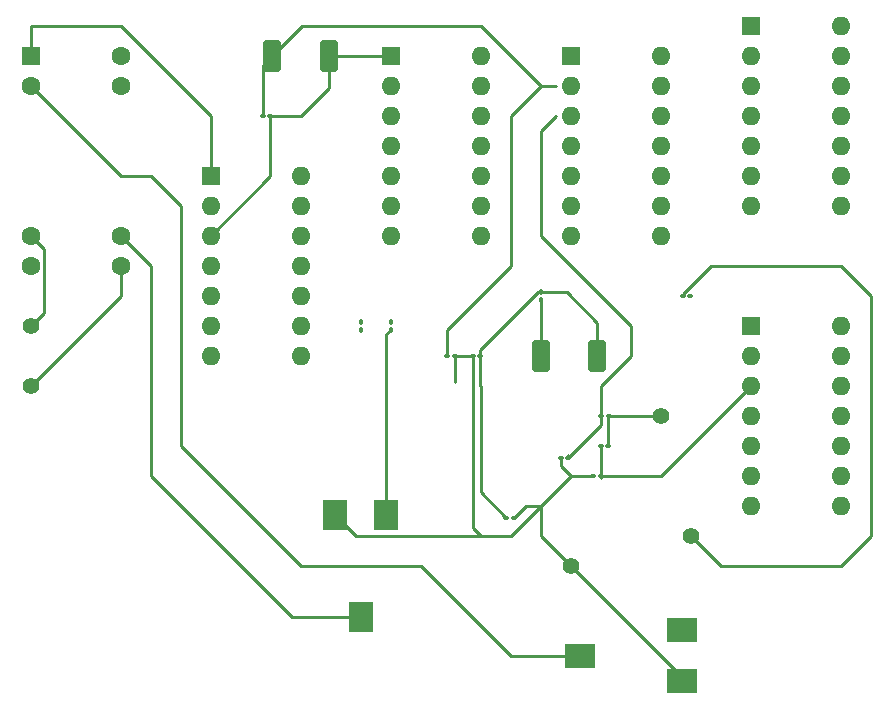
<source format=gbr>
%TF.GenerationSoftware,KiCad,Pcbnew,7.0.1*%
%TF.CreationDate,2023-04-06T21:37:19+03:00*%
%TF.ProjectId,BSPD,42535044-2e6b-4696-9361-645f70636258,rev?*%
%TF.SameCoordinates,Original*%
%TF.FileFunction,Copper,L1,Top*%
%TF.FilePolarity,Positive*%
%FSLAX46Y46*%
G04 Gerber Fmt 4.6, Leading zero omitted, Abs format (unit mm)*
G04 Created by KiCad (PCBNEW 7.0.1) date 2023-04-06 21:37:19*
%MOMM*%
%LPD*%
G01*
G04 APERTURE LIST*
G04 Aperture macros list*
%AMRoundRect*
0 Rectangle with rounded corners*
0 $1 Rounding radius*
0 $2 $3 $4 $5 $6 $7 $8 $9 X,Y pos of 4 corners*
0 Add a 4 corners polygon primitive as box body*
4,1,4,$2,$3,$4,$5,$6,$7,$8,$9,$2,$3,0*
0 Add four circle primitives for the rounded corners*
1,1,$1+$1,$2,$3*
1,1,$1+$1,$4,$5*
1,1,$1+$1,$6,$7*
1,1,$1+$1,$8,$9*
0 Add four rect primitives between the rounded corners*
20,1,$1+$1,$2,$3,$4,$5,0*
20,1,$1+$1,$4,$5,$6,$7,0*
20,1,$1+$1,$6,$7,$8,$9,0*
20,1,$1+$1,$8,$9,$2,$3,0*%
G04 Aperture macros list end*
%TA.AperFunction,ComponentPad*%
%ADD10C,1.400000*%
%TD*%
%TA.AperFunction,ComponentPad*%
%ADD11R,1.600000X1.600000*%
%TD*%
%TA.AperFunction,ComponentPad*%
%ADD12O,1.600000X1.600000*%
%TD*%
%TA.AperFunction,SMDPad,CuDef*%
%ADD13RoundRect,0.100000X-0.130000X-0.100000X0.130000X-0.100000X0.130000X0.100000X-0.130000X0.100000X0*%
%TD*%
%TA.AperFunction,SMDPad,CuDef*%
%ADD14R,2.000000X2.500000*%
%TD*%
%TA.AperFunction,SMDPad,CuDef*%
%ADD15RoundRect,0.100000X0.130000X0.100000X-0.130000X0.100000X-0.130000X-0.100000X0.130000X-0.100000X0*%
%TD*%
%TA.AperFunction,ComponentPad*%
%ADD16C,1.600000*%
%TD*%
%TA.AperFunction,SMDPad,CuDef*%
%ADD17RoundRect,0.250000X-0.500000X-1.100000X0.500000X-1.100000X0.500000X1.100000X-0.500000X1.100000X0*%
%TD*%
%TA.AperFunction,SMDPad,CuDef*%
%ADD18RoundRect,0.100000X0.100000X-0.130000X0.100000X0.130000X-0.100000X0.130000X-0.100000X-0.130000X0*%
%TD*%
%TA.AperFunction,SMDPad,CuDef*%
%ADD19RoundRect,0.250000X0.500000X1.100000X-0.500000X1.100000X-0.500000X-1.100000X0.500000X-1.100000X0*%
%TD*%
%TA.AperFunction,SMDPad,CuDef*%
%ADD20R,2.500000X2.000000*%
%TD*%
%TA.AperFunction,Conductor*%
%ADD21C,0.250000*%
%TD*%
G04 APERTURE END LIST*
D10*
%TO.P,TP5,1,1*%
%TO.N,Net-(R14-Pad2)*%
X71120000Y-58420000D03*
%TD*%
%TO.P,TP4,1,1*%
%TO.N,Net-(C1-Pad2)*%
X60960000Y-60960000D03*
%TD*%
%TO.P,TP3,1,1*%
%TO.N,Net-(U2B-+)*%
X15240000Y-45720000D03*
%TD*%
%TO.P,TP2,1,1*%
%TO.N,Net-(R11-Pad1)*%
X68580000Y-48260000D03*
%TD*%
%TO.P,TP1,1,1*%
%TO.N,Net-(U2A-+)*%
X15240000Y-40640000D03*
%TD*%
D11*
%TO.P,U1,1,CLK*%
%TO.N,unconnected-(U1-CLK-Pad1)*%
X76200000Y-15240000D03*
D12*
%TO.P,U1,2,PR*%
%TO.N,unconnected-(U1-PR-Pad2)*%
X76200000Y-17780000D03*
%TO.P,U1,3,CLR*%
%TO.N,Net-(U1-CLR-Pad3)*%
X76200000Y-20320000D03*
%TO.P,U1,4,J*%
%TO.N,Net-(U1-J-Pad4)*%
X76200000Y-22860000D03*
%TO.P,U1,5,VCC*%
%TO.N,VCC*%
X76200000Y-25400000D03*
%TO.P,U1,6,CLK*%
%TO.N,unconnected-(U1-CLK-Pad6)*%
X76200000Y-27940000D03*
%TO.P,U1,7,PR*%
%TO.N,unconnected-(U1-PR-Pad7)*%
X76200000Y-30480000D03*
%TO.P,U1,8,CLR*%
%TO.N,unconnected-(U1-CLR-Pad8)*%
X83820000Y-30480000D03*
%TO.P,U1,9,J*%
%TO.N,unconnected-(U1-J-Pad9)*%
X83820000Y-27940000D03*
%TO.P,U1,10,~{Q}*%
%TO.N,unconnected-(U1-~{Q}-Pad10)*%
X83820000Y-25400000D03*
%TO.P,U1,11,Q*%
%TO.N,unconnected-(U1-Q-Pad11)*%
X83820000Y-22860000D03*
%TO.P,U1,12,K*%
%TO.N,Net-(U1-CLR-Pad3)*%
X83820000Y-20320000D03*
%TO.P,U1,13,GND*%
%TO.N,unconnected-(U1-GND-Pad13)*%
X83820000Y-17780000D03*
%TO.P,U1,14,~{Q}*%
%TO.N,unconnected-(U1-~{Q}-Pad14)*%
X83820000Y-15240000D03*
%TD*%
D13*
%TO.P,C2,1*%
%TO.N,Net-(D2-K)*%
X50480000Y-43180000D03*
%TO.P,C2,2*%
%TO.N,Net-(C1-Pad2)*%
X51120000Y-43180000D03*
%TD*%
D14*
%TO.P,RV1,1,1*%
%TO.N,Net-(C1-Pad2)*%
X41030000Y-56635000D03*
%TO.P,RV1,2,2*%
%TO.N,Net-(U2B--)*%
X43180000Y-65285000D03*
%TO.P,RV1,3,3*%
%TO.N,Net-(R11-Pad1)*%
X45330000Y-56635000D03*
%TD*%
D15*
%TO.P,R14,1*%
%TO.N,Net-(R14-Pad1)*%
X71095000Y-38100000D03*
%TO.P,R14,2*%
%TO.N,Net-(R14-Pad2)*%
X70455000Y-38100000D03*
%TD*%
D11*
%TO.P,U3,1*%
%TO.N,Net-(R5-Pad2)*%
X30480000Y-27940000D03*
D12*
%TO.P,U3,2*%
%TO.N,Net-(R6-Pad2)*%
X30480000Y-30480000D03*
%TO.P,U3,3*%
%TO.N,Net-(D2-A)*%
X30480000Y-33020000D03*
%TO.P,U3,4*%
%TO.N,N/C*%
X30480000Y-35560000D03*
%TO.P,U3,5*%
X30480000Y-38100000D03*
%TO.P,U3,6*%
X30480000Y-40640000D03*
%TO.P,U3,7*%
X30480000Y-43180000D03*
%TO.P,U3,8*%
X38100000Y-43180000D03*
%TO.P,U3,9*%
X38100000Y-40640000D03*
%TO.P,U3,10*%
X38100000Y-38100000D03*
%TO.P,U3,11*%
X38100000Y-35560000D03*
%TO.P,U3,12*%
X38100000Y-33020000D03*
%TO.P,U3,13*%
X38100000Y-30480000D03*
%TO.P,U3,14*%
X38100000Y-27940000D03*
%TD*%
D15*
%TO.P,R12,1*%
%TO.N,Net-(U6A-+)*%
X63500000Y-53340000D03*
%TO.P,R12,2*%
%TO.N,Net-(C1-Pad2)*%
X62860000Y-53340000D03*
%TD*%
D11*
%TO.P,U4,1*%
%TO.N,Net-(D2-A)*%
X45720000Y-17780000D03*
D12*
%TO.P,U4,2*%
%TO.N,Net-(D1-A)*%
X45720000Y-20320000D03*
%TO.P,U4,3*%
%TO.N,N/C*%
X45720000Y-22860000D03*
%TO.P,U4,4*%
X45720000Y-25400000D03*
%TO.P,U4,5*%
X45720000Y-27940000D03*
%TO.P,U4,6*%
X45720000Y-30480000D03*
%TO.P,U4,7*%
X45720000Y-33020000D03*
%TO.P,U4,8*%
X53340000Y-33020000D03*
%TO.P,U4,9*%
X53340000Y-30480000D03*
%TO.P,U4,10*%
X53340000Y-27940000D03*
%TO.P,U4,11*%
X53340000Y-25400000D03*
%TO.P,U4,12*%
X53340000Y-22860000D03*
%TO.P,U4,13*%
X53340000Y-20320000D03*
%TO.P,U4,14*%
X53340000Y-17780000D03*
%TD*%
D11*
%TO.P,U2,1*%
%TO.N,Net-(R5-Pad2)*%
X15240000Y-17780000D03*
D16*
%TO.P,U2,2,-*%
%TO.N,Net-(U2A--)*%
X15240000Y-20320000D03*
%TO.P,U2,3,+*%
%TO.N,Net-(U2A-+)*%
X15240000Y-33020000D03*
%TO.P,U2,4*%
%TO.N,N/C*%
X15240000Y-35560000D03*
%TO.P,U2,5,+*%
%TO.N,Net-(U2B-+)*%
X22860000Y-35560000D03*
%TO.P,U2,6,-*%
%TO.N,Net-(U2B--)*%
X22860000Y-33020000D03*
%TO.P,U2,7*%
%TO.N,Net-(R6-Pad2)*%
X22860000Y-20320000D03*
%TO.P,U2,8*%
%TO.N,N/C*%
X22860000Y-17780000D03*
%TD*%
D11*
%TO.P,U6,1*%
%TO.N,Net-(U1-J-Pad4)*%
X76200000Y-40640000D03*
D12*
%TO.P,U6,2,-*%
%TO.N,Net-(D1-K)*%
X76200000Y-43180000D03*
%TO.P,U6,3,+*%
%TO.N,Net-(U6A-+)*%
X76200000Y-45720000D03*
%TO.P,U6,4*%
%TO.N,N/C*%
X76200000Y-48260000D03*
%TO.P,U6,5*%
X76200000Y-50800000D03*
%TO.P,U6,6*%
X76200000Y-53340000D03*
%TO.P,U6,7*%
X76200000Y-55880000D03*
%TO.P,U6,8*%
X83820000Y-55880000D03*
%TO.P,U6,9*%
X83820000Y-53340000D03*
%TO.P,U6,10*%
X83820000Y-50800000D03*
%TO.P,U6,11*%
X83820000Y-48260000D03*
%TO.P,U6,12*%
X83820000Y-45720000D03*
%TO.P,U6,13*%
X83820000Y-43180000D03*
%TO.P,U6,14*%
X83820000Y-40640000D03*
%TD*%
D15*
%TO.P,R10,1*%
%TO.N,Net-(D2-A)*%
X35535000Y-22860000D03*
%TO.P,R10,2*%
%TO.N,Net-(D2-K)*%
X34895000Y-22860000D03*
%TD*%
D17*
%TO.P,D2,1,K*%
%TO.N,Net-(D2-K)*%
X35700000Y-17780000D03*
%TO.P,D2,2,A*%
%TO.N,Net-(D2-A)*%
X40500000Y-17780000D03*
%TD*%
D13*
%TO.P,C1,1*%
%TO.N,Net-(D1-K)*%
X55518088Y-56870000D03*
%TO.P,C1,2*%
%TO.N,Net-(C1-Pad2)*%
X56158088Y-56870000D03*
%TD*%
D18*
%TO.P,R5,1*%
%TO.N,VCC*%
X43180000Y-40960000D03*
%TO.P,R5,2*%
%TO.N,Net-(R5-Pad2)*%
X43180000Y-40320000D03*
%TD*%
D15*
%TO.P,C3,1*%
%TO.N,Net-(D1-K)*%
X53315000Y-43180000D03*
%TO.P,C3,2*%
%TO.N,Net-(C1-Pad2)*%
X52675000Y-43180000D03*
%TD*%
D19*
%TO.P,D1,1,K*%
%TO.N,Net-(D1-K)*%
X63220000Y-43180000D03*
%TO.P,D1,2,A*%
%TO.N,Net-(D1-A)*%
X58420000Y-43180000D03*
%TD*%
D20*
%TO.P,RV2,1,1*%
%TO.N,VCC*%
X70365000Y-66430000D03*
%TO.P,RV2,2,2*%
%TO.N,Net-(U2A--)*%
X61715000Y-68580000D03*
%TO.P,RV2,3,3*%
%TO.N,Net-(C1-Pad2)*%
X70365000Y-70730000D03*
%TD*%
D15*
%TO.P,R11,1*%
%TO.N,Net-(R11-Pad1)*%
X64140000Y-50800000D03*
%TO.P,R11,2*%
%TO.N,Net-(U6A-+)*%
X63500000Y-50800000D03*
%TD*%
D18*
%TO.P,R9,1*%
%TO.N,Net-(D1-A)*%
X58420000Y-38420000D03*
%TO.P,R9,2*%
%TO.N,Net-(D1-K)*%
X58420000Y-37780000D03*
%TD*%
%TO.P,R6,1*%
%TO.N,Net-(R11-Pad1)*%
X45720000Y-40960000D03*
%TO.P,R6,2*%
%TO.N,Net-(R6-Pad2)*%
X45720000Y-40320000D03*
%TD*%
D11*
%TO.P,U5,1*%
%TO.N,Net-(U1-CLR-Pad3)*%
X60960000Y-17775000D03*
D12*
%TO.P,U5,2,-*%
%TO.N,Net-(D2-K)*%
X60960000Y-20315000D03*
%TO.P,U5,3,+*%
%TO.N,Net-(U5A-+)*%
X60960000Y-22855000D03*
%TO.P,U5,4*%
%TO.N,N/C*%
X60960000Y-25395000D03*
%TO.P,U5,5*%
X60960000Y-27935000D03*
%TO.P,U5,6*%
X60960000Y-30475000D03*
%TO.P,U5,7*%
X60960000Y-33015000D03*
%TO.P,U5,8*%
X68580000Y-33015000D03*
%TO.P,U5,9*%
X68580000Y-30475000D03*
%TO.P,U5,10*%
X68580000Y-27935000D03*
%TO.P,U5,11*%
X68580000Y-25395000D03*
%TO.P,U5,12*%
X68580000Y-22855000D03*
%TO.P,U5,13*%
X68580000Y-20315000D03*
%TO.P,U5,14*%
X68580000Y-17775000D03*
%TD*%
D15*
%TO.P,R8,1*%
%TO.N,Net-(U5A-+)*%
X60755576Y-51790000D03*
%TO.P,R8,2*%
%TO.N,Net-(C1-Pad2)*%
X60115576Y-51790000D03*
%TD*%
%TO.P,R7,1*%
%TO.N,Net-(R11-Pad1)*%
X64165000Y-48260000D03*
%TO.P,R7,2*%
%TO.N,Net-(U5A-+)*%
X63525000Y-48260000D03*
%TD*%
D21*
%TO.N,Net-(D2-A)*%
X35535000Y-27965000D02*
X35535000Y-22860000D01*
X30480000Y-33020000D02*
X35535000Y-27965000D01*
%TO.N,Net-(C1-Pad2)*%
X42815000Y-58420000D02*
X53340000Y-58420000D01*
X41030000Y-56635000D02*
X42815000Y-58420000D01*
X60960000Y-60960000D02*
X70365000Y-70365000D01*
X70365000Y-70365000D02*
X70365000Y-70730000D01*
X58420000Y-58420000D02*
X58420000Y-55880000D01*
X60960000Y-60960000D02*
X58420000Y-58420000D01*
%TO.N,Net-(U2A--)*%
X55880000Y-68580000D02*
X61715000Y-68580000D01*
X48260000Y-60960000D02*
X55880000Y-68580000D01*
X27940000Y-50800000D02*
X38100000Y-60960000D01*
X38100000Y-60960000D02*
X48260000Y-60960000D01*
X27940000Y-30480000D02*
X27940000Y-50800000D01*
X25400000Y-27940000D02*
X27940000Y-30480000D01*
X22860000Y-27940000D02*
X25400000Y-27940000D01*
X15240000Y-20320000D02*
X22860000Y-27940000D01*
%TO.N,Net-(R5-Pad2)*%
X15240000Y-15240000D02*
X22860000Y-15240000D01*
X22860000Y-15240000D02*
X30480000Y-22860000D01*
X15240000Y-17780000D02*
X15240000Y-15240000D01*
X30480000Y-22860000D02*
X30480000Y-27940000D01*
%TO.N,Net-(U2B--)*%
X25400000Y-35560000D02*
X22860000Y-33020000D01*
X25400000Y-53340000D02*
X25400000Y-35560000D01*
X37345000Y-65285000D02*
X25400000Y-53340000D01*
X43180000Y-65285000D02*
X37345000Y-65285000D01*
%TO.N,Net-(U2A-+)*%
X16365000Y-39515000D02*
X15240000Y-40640000D01*
X16365000Y-34145000D02*
X16365000Y-39515000D01*
X15240000Y-33020000D02*
X16365000Y-34145000D01*
%TO.N,Net-(U2B-+)*%
X22860000Y-38100000D02*
X15240000Y-45720000D01*
X22860000Y-35560000D02*
X22860000Y-38100000D01*
%TO.N,Net-(R11-Pad1)*%
X45330000Y-41350000D02*
X45330000Y-56635000D01*
X45720000Y-40960000D02*
X45330000Y-41350000D01*
%TO.N,Net-(U6A-+)*%
X63500000Y-53340000D02*
X63500000Y-53531041D01*
%TO.N,Net-(R14-Pad2)*%
X73660000Y-60960000D02*
X83820000Y-60960000D01*
X71120000Y-58420000D02*
X73660000Y-60960000D01*
X86360000Y-58420000D02*
X83820000Y-60960000D01*
X86360000Y-38100000D02*
X86360000Y-58420000D01*
X72803959Y-35560000D02*
X83820000Y-35560000D01*
X70455000Y-37908959D02*
X72803959Y-35560000D01*
X70455000Y-38100000D02*
X70455000Y-37908959D01*
X83820000Y-35560000D02*
X86360000Y-38100000D01*
%TO.N,Net-(R11-Pad1)*%
X68580000Y-48260000D02*
X64165000Y-48260000D01*
%TO.N,Net-(C1-Pad2)*%
X51120000Y-43180000D02*
X51120000Y-45400000D01*
%TO.N,Net-(R11-Pad1)*%
X64165000Y-48260000D02*
X64140000Y-48285000D01*
X64140000Y-48285000D02*
X64140000Y-50800000D01*
%TO.N,Net-(C1-Pad2)*%
X60115576Y-51790000D02*
X60115576Y-52495576D01*
X58420000Y-55880000D02*
X57148088Y-55880000D01*
X51120000Y-43180000D02*
X52675000Y-43180000D01*
X60115576Y-52495576D02*
X60960000Y-53340000D01*
X55880000Y-58420000D02*
X58420000Y-55880000D01*
X57148088Y-55880000D02*
X56158088Y-56870000D01*
X60960000Y-53340000D02*
X58420000Y-55880000D01*
X52675000Y-57755000D02*
X53340000Y-58420000D01*
X52675000Y-43180000D02*
X52675000Y-57755000D01*
X60960000Y-53340000D02*
X62860000Y-53340000D01*
X53340000Y-58420000D02*
X55880000Y-58420000D01*
%TO.N,Net-(U5A-+)*%
X58420000Y-30480000D02*
X58420000Y-24135000D01*
X58420000Y-30930000D02*
X58420000Y-30480000D01*
X63525000Y-48260000D02*
X63525000Y-45745000D01*
X63525000Y-45745000D02*
X63500000Y-45720000D01*
X63500000Y-45720000D02*
X66040000Y-43180000D01*
X66040000Y-43180000D02*
X66040000Y-40640000D01*
X63525000Y-48260000D02*
X63525000Y-49020576D01*
X66040000Y-40640000D02*
X60960000Y-35560000D01*
X60755576Y-51598959D02*
X60755576Y-51790000D01*
X58420000Y-33020000D02*
X60960000Y-35560000D01*
X58420000Y-24135000D02*
X59700000Y-22855000D01*
X58420000Y-30480000D02*
X58420000Y-33020000D01*
X63525000Y-49020576D02*
X60755576Y-51790000D01*
%TO.N,Net-(D1-A)*%
X58420000Y-38420000D02*
X58420000Y-43180000D01*
X58445000Y-43155000D02*
X58420000Y-43180000D01*
%TO.N,Net-(D1-K)*%
X63220000Y-43180000D02*
X63220000Y-40360000D01*
X63525000Y-43065000D02*
X63640000Y-43180000D01*
X53315000Y-43180000D02*
X53340000Y-43180000D01*
X63220000Y-40360000D02*
X60640000Y-37780000D01*
X53340000Y-45720000D02*
X53340000Y-54691912D01*
X53315000Y-43180000D02*
X53315000Y-45695000D01*
X58420000Y-37780000D02*
X58228959Y-37780000D01*
X58228959Y-37780000D02*
X53315000Y-42693959D01*
X53315000Y-42693959D02*
X53315000Y-43180000D01*
X53340000Y-54691912D02*
X55518088Y-56870000D01*
X53315000Y-45695000D02*
X53340000Y-45720000D01*
X60640000Y-37780000D02*
X58420000Y-37780000D01*
%TO.N,Net-(D2-A)*%
X38100000Y-22860000D02*
X40500000Y-20460000D01*
X40500000Y-20460000D02*
X40500000Y-17780000D01*
X45720000Y-17780000D02*
X40500000Y-17780000D01*
X38100000Y-22860000D02*
X35535000Y-22860000D01*
%TO.N,Net-(D2-K)*%
X58425000Y-20315000D02*
X59700000Y-20315000D01*
X35700000Y-17780000D02*
X34895000Y-18585000D01*
X58420000Y-20320000D02*
X55880000Y-22860000D01*
X55880000Y-22860000D02*
X55880000Y-35560000D01*
X50480000Y-40960000D02*
X50480000Y-43180000D01*
X58420000Y-20320000D02*
X58425000Y-20315000D01*
X53340000Y-15240000D02*
X58420000Y-20320000D01*
X38240000Y-15240000D02*
X35700000Y-17780000D01*
X55880000Y-35560000D02*
X50480000Y-40960000D01*
X34895000Y-18585000D02*
X34895000Y-22860000D01*
X53340000Y-15240000D02*
X38240000Y-15240000D01*
%TO.N,Net-(U6A-+)*%
X76200000Y-45720000D02*
X68580000Y-53340000D01*
X68580000Y-53340000D02*
X63500000Y-53340000D01*
X63500000Y-50800000D02*
X63500000Y-53340000D01*
%TD*%
M02*

</source>
